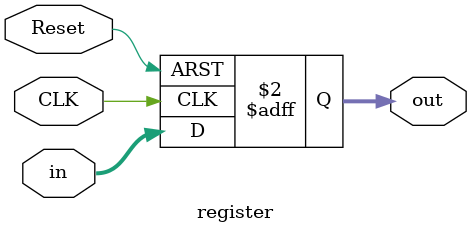
<source format=v>
module register #(parameter TAM=32)(
	input [TAM-1:0] in,
	input CLK, Reset, 
	output reg [TAM-1:0] out
);
	always @(posedge CLK, posedge Reset)
		if(Reset)
			out <= 0;
		else
			out <= in;
endmodule 
</source>
